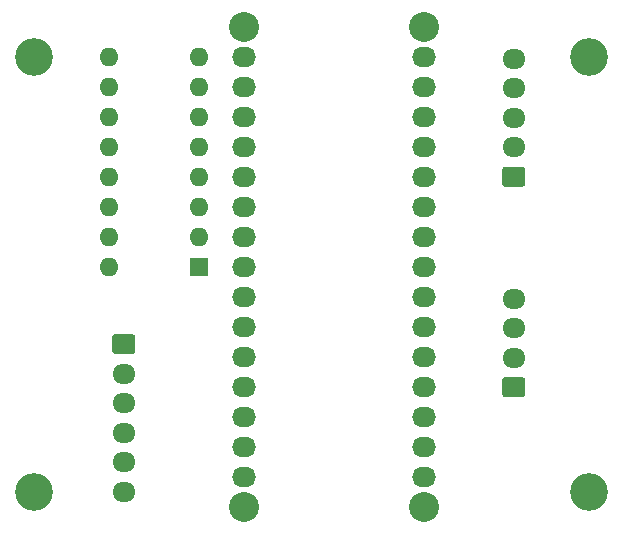
<source format=gbr>
%TF.GenerationSoftware,KiCad,Pcbnew,(5.1.6)-1*%
%TF.CreationDate,2020-07-20T20:39:59-04:00*%
%TF.ProjectId,KiCAD,4b694341-442e-46b6-9963-61645f706362,rev?*%
%TF.SameCoordinates,Original*%
%TF.FileFunction,Soldermask,Top*%
%TF.FilePolarity,Negative*%
%FSLAX46Y46*%
G04 Gerber Fmt 4.6, Leading zero omitted, Abs format (unit mm)*
G04 Created by KiCad (PCBNEW (5.1.6)-1) date 2020-07-20 20:39:59*
%MOMM*%
%LPD*%
G01*
G04 APERTURE LIST*
%ADD10C,3.200000*%
%ADD11O,1.600000X1.600000*%
%ADD12R,1.600000X1.600000*%
%ADD13O,1.950000X1.700000*%
%ADD14O,2.032000X1.727200*%
%ADD15C,2.540000*%
G04 APERTURE END LIST*
D10*
%TO.C,REF\u002A\u002A*%
X121666000Y-71247000D03*
%TD*%
%TO.C,REF\u002A\u002A*%
X121666000Y-108077000D03*
%TD*%
%TO.C,REF\u002A\u002A*%
X168656000Y-71247000D03*
%TD*%
%TO.C,REF\u002A\u002A*%
X168656000Y-108077000D03*
%TD*%
D11*
%TO.C,U1*%
X128016000Y-89027000D03*
X135636000Y-71247000D03*
X128016000Y-86487000D03*
X135636000Y-73787000D03*
X128016000Y-83947000D03*
X135636000Y-76327000D03*
X128016000Y-81407000D03*
X135636000Y-78867000D03*
X128016000Y-78867000D03*
X135636000Y-81407000D03*
X128016000Y-76327000D03*
X135636000Y-83947000D03*
X128016000Y-73787000D03*
X135636000Y-86487000D03*
X128016000Y-71247000D03*
D12*
X135636000Y-89027000D03*
%TD*%
D13*
%TO.C,J3*%
X162306000Y-91687000D03*
X162306000Y-94187000D03*
X162306000Y-96687000D03*
G36*
G01*
X163031000Y-100037000D02*
X161581000Y-100037000D01*
G75*
G02*
X161331000Y-99787000I0J250000D01*
G01*
X161331000Y-98587000D01*
G75*
G02*
X161581000Y-98337000I250000J0D01*
G01*
X163031000Y-98337000D01*
G75*
G02*
X163281000Y-98587000I0J-250000D01*
G01*
X163281000Y-99787000D01*
G75*
G02*
X163031000Y-100037000I-250000J0D01*
G01*
G37*
%TD*%
%TO.C,J1*%
X129286000Y-108037000D03*
X129286000Y-105537000D03*
X129286000Y-103037000D03*
X129286000Y-100537000D03*
X129286000Y-98037000D03*
G36*
G01*
X128561000Y-94687000D02*
X130011000Y-94687000D01*
G75*
G02*
X130261000Y-94937000I0J-250000D01*
G01*
X130261000Y-96137000D01*
G75*
G02*
X130011000Y-96387000I-250000J0D01*
G01*
X128561000Y-96387000D01*
G75*
G02*
X128311000Y-96137000I0J250000D01*
G01*
X128311000Y-94937000D01*
G75*
G02*
X128561000Y-94687000I250000J0D01*
G01*
G37*
%TD*%
%TO.C,J2*%
X162306000Y-71367000D03*
X162306000Y-73867000D03*
X162306000Y-76367000D03*
X162306000Y-78867000D03*
G36*
G01*
X163031000Y-82217000D02*
X161581000Y-82217000D01*
G75*
G02*
X161331000Y-81967000I0J250000D01*
G01*
X161331000Y-80767000D01*
G75*
G02*
X161581000Y-80517000I250000J0D01*
G01*
X163031000Y-80517000D01*
G75*
G02*
X163281000Y-80767000I0J-250000D01*
G01*
X163281000Y-81967000D01*
G75*
G02*
X163031000Y-82217000I-250000J0D01*
G01*
G37*
%TD*%
D14*
%TO.C,P1*%
X139446000Y-71247000D03*
X139446000Y-73787000D03*
X139446000Y-76327000D03*
X139446000Y-78867000D03*
X139446000Y-81407000D03*
X139446000Y-83947000D03*
X139446000Y-86487000D03*
X139446000Y-89027000D03*
X139446000Y-91567000D03*
X139446000Y-94107000D03*
X139446000Y-96647000D03*
X139446000Y-99187000D03*
X139446000Y-101727000D03*
X139446000Y-104267000D03*
X139446000Y-106807000D03*
%TD*%
%TO.C,P2*%
X154686000Y-71247000D03*
X154686000Y-73787000D03*
X154686000Y-76327000D03*
X154686000Y-78867000D03*
X154686000Y-81407000D03*
X154686000Y-83947000D03*
X154686000Y-86487000D03*
X154686000Y-89027000D03*
X154686000Y-91567000D03*
X154686000Y-94107000D03*
X154686000Y-96647000D03*
X154686000Y-99187000D03*
X154686000Y-101727000D03*
X154686000Y-104267000D03*
X154686000Y-106807000D03*
%TD*%
D15*
%TO.C,P3*%
X139446000Y-68707000D03*
%TD*%
%TO.C,P4*%
X139446000Y-109347000D03*
%TD*%
%TO.C,P5*%
X154686000Y-109347000D03*
%TD*%
%TO.C,P6*%
X154686000Y-68707000D03*
%TD*%
M02*

</source>
